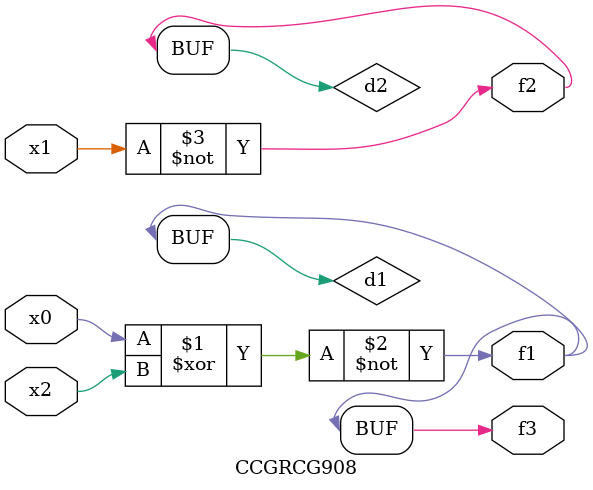
<source format=v>
module CCGRCG908(
	input x0, x1, x2,
	output f1, f2, f3
);

	wire d1, d2, d3;

	xnor (d1, x0, x2);
	nand (d2, x1);
	nor (d3, x1, x2);
	assign f1 = d1;
	assign f2 = d2;
	assign f3 = d1;
endmodule

</source>
